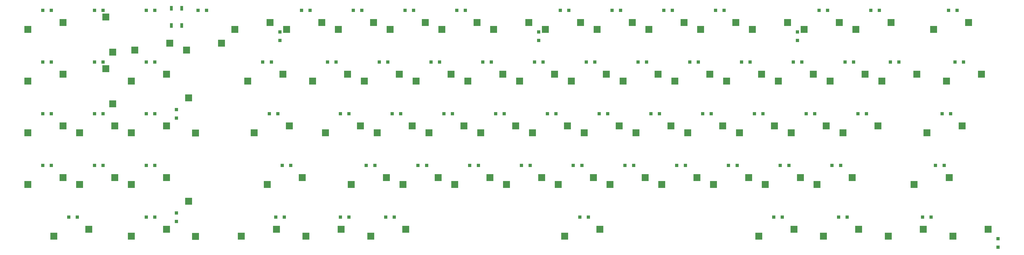
<source format=gbp>
G04 #@! TF.GenerationSoftware,KiCad,Pcbnew,5.99.0-unknown-4f191ce2c7~125~ubuntu18.04.1*
G04 #@! TF.CreationDate,2021-04-25T15:12:41-05:00*
G04 #@! TF.ProjectId,southpawpcb,736f7574-6870-4617-9770-63622e6b6963,rev?*
G04 #@! TF.SameCoordinates,Original*
G04 #@! TF.FileFunction,Paste,Bot*
G04 #@! TF.FilePolarity,Positive*
%FSLAX46Y46*%
G04 Gerber Fmt 4.6, Leading zero omitted, Abs format (unit mm)*
G04 Created by KiCad (PCBNEW 5.99.0-unknown-4f191ce2c7~125~ubuntu18.04.1) date 2021-04-25 15:12:41*
%MOMM*%
%LPD*%
G01*
G04 APERTURE LIST*
%ADD10R,2.550000X2.500000*%
%ADD11R,2.500000X2.550000*%
%ADD12R,1.200000X1.200000*%
%ADD13R,1.000000X1.700000*%
G04 APERTURE END LIST*
D10*
G04 #@! TO.C,K1*
X16771200Y13740000D03*
X29698200Y16280000D03*
G04 #@! TD*
G04 #@! TO.C,K24*
X121546000Y-5310000D03*
X134473000Y-2770000D03*
G04 #@! TD*
G04 #@! TO.C,K19*
X16771200Y-5310000D03*
X29698200Y-2770000D03*
G04 #@! TD*
G04 #@! TO.C,K18*
X350146000Y13740000D03*
X363073000Y16280000D03*
G04 #@! TD*
G04 #@! TO.C,K33*
X292996000Y-5310000D03*
X305923000Y-2770000D03*
G04 #@! TD*
G04 #@! TO.C,K47*
X240608000Y-24360000D03*
X253535000Y-21820000D03*
G04 #@! TD*
G04 #@! TO.C,K17*
X321571000Y13740000D03*
X334498000Y16280000D03*
G04 #@! TD*
G04 #@! TO.C,K34*
X312046000Y-5310000D03*
X324973000Y-2770000D03*
G04 #@! TD*
G04 #@! TO.C,K78*
X357290000Y-62460000D03*
X370217000Y-59920000D03*
G04 #@! TD*
G04 #@! TO.C,K45*
X202508000Y-24360000D03*
X215435000Y-21820000D03*
G04 #@! TD*
G04 #@! TO.C,K32*
X273946000Y-5310000D03*
X286873000Y-2770000D03*
G04 #@! TD*
G04 #@! TO.C,K13*
X245371000Y13740000D03*
X258298000Y16280000D03*
G04 #@! TD*
G04 #@! TO.C,K66*
X288234000Y-43410000D03*
X301161000Y-40870000D03*
G04 #@! TD*
G04 #@! TO.C,K75*
X285852000Y-62460000D03*
X298779000Y-59920000D03*
G04 #@! TD*
G04 #@! TO.C,K23*
X97734000Y-5310000D03*
X110661000Y-2770000D03*
G04 #@! TD*
G04 #@! TO.C,K7*
X131071000Y13740000D03*
X143998000Y16280000D03*
G04 #@! TD*
D11*
G04 #@! TO.C,K2*
X45446200Y18285000D03*
X47986200Y5358000D03*
G04 #@! TD*
D10*
G04 #@! TO.C,K4*
X88091200Y8660000D03*
X75164200Y6120000D03*
G04 #@! TD*
G04 #@! TO.C,K3*
X69041200Y8660000D03*
X56114200Y6120000D03*
G04 #@! TD*
G04 #@! TO.C,K21*
X54871200Y-5310000D03*
X67798200Y-2770000D03*
G04 #@! TD*
G04 #@! TO.C,K74*
X214415000Y-62460000D03*
X227342000Y-59920000D03*
G04 #@! TD*
G04 #@! TO.C,K29*
X216796000Y-5310000D03*
X229723000Y-2770000D03*
G04 #@! TD*
G04 #@! TO.C,K44*
X183458000Y-24360000D03*
X196385000Y-21820000D03*
G04 #@! TD*
D11*
G04 #@! TO.C,K20*
X45446200Y-765000D03*
X47986200Y-13692000D03*
G04 #@! TD*
D10*
G04 #@! TO.C,K42*
X145358000Y-24360000D03*
X158285000Y-21820000D03*
G04 #@! TD*
G04 #@! TO.C,K76*
X309665000Y-62460000D03*
X322592000Y-59920000D03*
G04 #@! TD*
G04 #@! TO.C,K53*
X16771200Y-43410000D03*
X29698200Y-40870000D03*
G04 #@! TD*
G04 #@! TO.C,K48*
X259658000Y-24360000D03*
X272585000Y-21820000D03*
G04 #@! TD*
G04 #@! TO.C,K61*
X192984000Y-43410000D03*
X205911000Y-40870000D03*
G04 #@! TD*
G04 #@! TO.C,K12*
X226321000Y13740000D03*
X239248000Y16280000D03*
G04 #@! TD*
G04 #@! TO.C,K39*
X54871200Y-24360000D03*
X67798200Y-21820000D03*
G04 #@! TD*
D11*
G04 #@! TO.C,K56*
X78466200Y-62560000D03*
X75926200Y-49633000D03*
G04 #@! TD*
D10*
G04 #@! TO.C,K50*
X297758000Y-24360000D03*
X310685000Y-21820000D03*
G04 #@! TD*
G04 #@! TO.C,K55*
X54871200Y-43410000D03*
X67798200Y-40870000D03*
G04 #@! TD*
G04 #@! TO.C,K52*
X360692000Y-21820000D03*
X347765000Y-24360000D03*
G04 #@! TD*
G04 #@! TO.C,K38*
X35821200Y-24360000D03*
X48748200Y-21820000D03*
G04 #@! TD*
G04 #@! TO.C,K58*
X135834000Y-43410000D03*
X148761000Y-40870000D03*
G04 #@! TD*
G04 #@! TO.C,K60*
X173934000Y-43410000D03*
X186861000Y-40870000D03*
G04 #@! TD*
G04 #@! TO.C,K62*
X212034000Y-43410000D03*
X224961000Y-40870000D03*
G04 #@! TD*
G04 #@! TO.C,K10*
X188221000Y13740000D03*
X201148000Y16280000D03*
G04 #@! TD*
G04 #@! TO.C,K14*
X264421000Y13740000D03*
X277348000Y16280000D03*
G04 #@! TD*
G04 #@! TO.C,K11*
X207271000Y13740000D03*
X220198000Y16280000D03*
G04 #@! TD*
G04 #@! TO.C,K51*
X316808000Y-24360000D03*
X329735000Y-21820000D03*
G04 #@! TD*
G04 #@! TO.C,K57*
X104877000Y-43410000D03*
X117804000Y-40870000D03*
G04 #@! TD*
G04 #@! TO.C,K54*
X35821200Y-43410000D03*
X48748200Y-40870000D03*
G04 #@! TD*
G04 #@! TO.C,K9*
X169171000Y13740000D03*
X182098000Y16280000D03*
G04 #@! TD*
G04 #@! TO.C,K36*
X354908000Y-5310000D03*
X367835000Y-2770000D03*
G04 #@! TD*
G04 #@! TO.C,K37*
X16771200Y-24360000D03*
X29698200Y-21820000D03*
G04 #@! TD*
G04 #@! TO.C,K16*
X302521000Y13740000D03*
X315448000Y16280000D03*
G04 #@! TD*
D11*
G04 #@! TO.C,K22*
X78466200Y-24460000D03*
X75926200Y-11533000D03*
G04 #@! TD*
D10*
G04 #@! TO.C,K15*
X283471000Y13740000D03*
X296398000Y16280000D03*
G04 #@! TD*
G04 #@! TO.C,K72*
X119165000Y-62460000D03*
X132092000Y-59920000D03*
G04 #@! TD*
G04 #@! TO.C,K49*
X278708000Y-24360000D03*
X291635000Y-21820000D03*
G04 #@! TD*
G04 #@! TO.C,K73*
X142977000Y-62460000D03*
X155904000Y-59920000D03*
G04 #@! TD*
G04 #@! TO.C,K43*
X164408000Y-24360000D03*
X177335000Y-21820000D03*
G04 #@! TD*
G04 #@! TO.C,K41*
X126308000Y-24360000D03*
X139235000Y-21820000D03*
G04 #@! TD*
G04 #@! TO.C,K63*
X231084000Y-43410000D03*
X244011000Y-40870000D03*
G04 #@! TD*
G04 #@! TO.C,K40*
X100115000Y-24360000D03*
X113042000Y-21820000D03*
G04 #@! TD*
G04 #@! TO.C,K31*
X254896000Y-5310000D03*
X267823000Y-2770000D03*
G04 #@! TD*
G04 #@! TO.C,K35*
X331096000Y-5310000D03*
X344023000Y-2770000D03*
G04 #@! TD*
G04 #@! TO.C,K30*
X235846000Y-5310000D03*
X248773000Y-2770000D03*
G04 #@! TD*
G04 #@! TO.C,K6*
X112021000Y13740000D03*
X124948000Y16280000D03*
G04 #@! TD*
G04 #@! TO.C,K26*
X159646000Y-5310000D03*
X172573000Y-2770000D03*
G04 #@! TD*
G04 #@! TO.C,K67*
X307284000Y-43410000D03*
X320211000Y-40870000D03*
G04 #@! TD*
G04 #@! TO.C,K68*
X343002000Y-43410000D03*
X355929000Y-40870000D03*
G04 #@! TD*
G04 #@! TO.C,K70*
X54871200Y-62460000D03*
X67798200Y-59920000D03*
G04 #@! TD*
G04 #@! TO.C,K71*
X95352000Y-62460000D03*
X108279000Y-59920000D03*
G04 #@! TD*
G04 #@! TO.C,K64*
X250134000Y-43410000D03*
X263061000Y-40870000D03*
G04 #@! TD*
G04 #@! TO.C,K5*
X92971000Y13740000D03*
X105898000Y16280000D03*
G04 #@! TD*
G04 #@! TO.C,K27*
X178696000Y-5310000D03*
X191623000Y-2770000D03*
G04 #@! TD*
G04 #@! TO.C,K28*
X197746000Y-5310000D03*
X210673000Y-2770000D03*
G04 #@! TD*
G04 #@! TO.C,K8*
X150121000Y13740000D03*
X163048000Y16280000D03*
G04 #@! TD*
G04 #@! TO.C,K25*
X140596000Y-5310000D03*
X153523000Y-2770000D03*
G04 #@! TD*
G04 #@! TO.C,K59*
X154884000Y-43410000D03*
X167811000Y-40870000D03*
G04 #@! TD*
G04 #@! TO.C,K77*
X333477000Y-62460000D03*
X346404000Y-59920000D03*
G04 #@! TD*
G04 #@! TO.C,K69*
X26296200Y-62460000D03*
X39223200Y-59920000D03*
G04 #@! TD*
G04 #@! TO.C,K65*
X269184000Y-43410000D03*
X282111000Y-40870000D03*
G04 #@! TD*
G04 #@! TO.C,K46*
X221558000Y-24360000D03*
X234485000Y-21820000D03*
G04 #@! TD*
D12*
G04 #@! TO.C,D27*
X184206000Y1675000D03*
X187356000Y1675000D03*
G04 #@! TD*
G04 #@! TO.C,D1*
X22281200Y20725000D03*
X25431200Y20725000D03*
G04 #@! TD*
G04 #@! TO.C,D41*
X131818000Y-17375000D03*
X134968000Y-17375000D03*
G04 #@! TD*
G04 #@! TO.C,D59*
X160394000Y-36425000D03*
X163544000Y-36425000D03*
G04 #@! TD*
G04 #@! TO.C,D24*
X127056000Y1675000D03*
X130206000Y1675000D03*
G04 #@! TD*
G04 #@! TO.C,D35*
X334225000Y1675000D03*
X337375000Y1675000D03*
G04 #@! TD*
G04 #@! TO.C,D30*
X241356000Y1675000D03*
X244506000Y1675000D03*
G04 #@! TD*
G04 #@! TO.C,D33*
X298506000Y1675000D03*
X301656000Y1675000D03*
G04 #@! TD*
G04 #@! TO.C,D73*
X148487000Y-55475000D03*
X151637000Y-55475000D03*
G04 #@! TD*
G04 #@! TO.C,D43*
X169918000Y-17375000D03*
X173068000Y-17375000D03*
G04 #@! TD*
G04 #@! TO.C,D5*
X109581000Y9625000D03*
X109581000Y12775000D03*
G04 #@! TD*
G04 #@! TO.C,D55*
X60381200Y-36425000D03*
X63531200Y-36425000D03*
G04 #@! TD*
G04 #@! TO.C,D29*
X222306000Y1675000D03*
X225456000Y1675000D03*
G04 #@! TD*
G04 #@! TO.C,D63*
X236594000Y-36425000D03*
X239744000Y-36425000D03*
G04 #@! TD*
G04 #@! TO.C,D11*
X212781000Y20725000D03*
X215931000Y20725000D03*
G04 #@! TD*
G04 #@! TO.C,D51*
X322318000Y-17375000D03*
X325468000Y-17375000D03*
G04 #@! TD*
G04 #@! TO.C,D46*
X227068000Y-17375000D03*
X230218000Y-17375000D03*
G04 #@! TD*
G04 #@! TO.C,D44*
X188968000Y-17375000D03*
X192118000Y-17375000D03*
G04 #@! TD*
G04 #@! TO.C,D6*
X117531000Y20725000D03*
X120681000Y20725000D03*
G04 #@! TD*
G04 #@! TO.C,D66*
X293744000Y-36425000D03*
X296894000Y-36425000D03*
G04 #@! TD*
G04 #@! TO.C,D13*
X250881000Y20725000D03*
X254031000Y20725000D03*
G04 #@! TD*
G04 #@! TO.C,D28*
X203256000Y1675000D03*
X206406000Y1675000D03*
G04 #@! TD*
G04 #@! TO.C,D8*
X155631000Y20725000D03*
X158781000Y20725000D03*
G04 #@! TD*
G04 #@! TO.C,D75*
X291362000Y-55475000D03*
X294512000Y-55475000D03*
G04 #@! TD*
G04 #@! TO.C,D70*
X60381200Y-55475000D03*
X63531200Y-55475000D03*
G04 #@! TD*
G04 #@! TO.C,D49*
X284218000Y-17375000D03*
X287368000Y-17375000D03*
G04 #@! TD*
G04 #@! TO.C,D76*
X315175000Y-55475000D03*
X318325000Y-55475000D03*
G04 #@! TD*
G04 #@! TO.C,D74*
X219925000Y-55475000D03*
X223075000Y-55475000D03*
G04 #@! TD*
G04 #@! TO.C,D64*
X255644000Y-36425000D03*
X258794000Y-36425000D03*
G04 #@! TD*
G04 #@! TO.C,D9*
X174681000Y20725000D03*
X177831000Y20725000D03*
G04 #@! TD*
G04 #@! TO.C,D31*
X260406000Y1675000D03*
X263556000Y1675000D03*
G04 #@! TD*
G04 #@! TO.C,D32*
X279456000Y1675000D03*
X282606000Y1675000D03*
G04 #@! TD*
G04 #@! TO.C,D17*
X327081000Y20725000D03*
X330231000Y20725000D03*
G04 #@! TD*
G04 #@! TO.C,D23*
X103244000Y1675000D03*
X106394000Y1675000D03*
G04 #@! TD*
G04 #@! TO.C,D56*
X71481200Y-57050000D03*
X71481200Y-53900000D03*
G04 #@! TD*
G04 #@! TO.C,D40*
X105625000Y-17375000D03*
X108775000Y-17375000D03*
G04 #@! TD*
D13*
G04 #@! TO.C,SW1*
X73381200Y21493800D03*
X73381200Y15193800D03*
X69581200Y15193800D03*
X69581200Y21493800D03*
G04 #@! TD*
D12*
G04 #@! TO.C,D69*
X31806200Y-55475000D03*
X34956200Y-55475000D03*
G04 #@! TD*
G04 #@! TO.C,D20*
X41331200Y1675000D03*
X44481200Y1675000D03*
G04 #@! TD*
G04 #@! TO.C,D34*
X317556000Y1675000D03*
X320706000Y1675000D03*
G04 #@! TD*
G04 #@! TO.C,D58*
X141344000Y-36425000D03*
X144494000Y-36425000D03*
G04 #@! TD*
G04 #@! TO.C,D12*
X231831000Y20725000D03*
X234981000Y20725000D03*
G04 #@! TD*
G04 #@! TO.C,D38*
X41331200Y-17375000D03*
X44481200Y-17375000D03*
G04 #@! TD*
G04 #@! TO.C,D18*
X355656000Y20725000D03*
X358806000Y20725000D03*
G04 #@! TD*
G04 #@! TO.C,D68*
X350894000Y-36425000D03*
X354044000Y-36425000D03*
G04 #@! TD*
G04 #@! TO.C,D14*
X269931000Y20725000D03*
X273081000Y20725000D03*
G04 #@! TD*
G04 #@! TO.C,D65*
X274694000Y-36425000D03*
X277844000Y-36425000D03*
G04 #@! TD*
G04 #@! TO.C,D37*
X22281200Y-17375000D03*
X25431200Y-17375000D03*
G04 #@! TD*
G04 #@! TO.C,D52*
X353275000Y-17375000D03*
X356425000Y-17375000D03*
G04 #@! TD*
G04 #@! TO.C,D61*
X198494000Y-36425000D03*
X201644000Y-36425000D03*
G04 #@! TD*
G04 #@! TO.C,D62*
X217544000Y-36425000D03*
X220694000Y-36425000D03*
G04 #@! TD*
G04 #@! TO.C,D36*
X358037000Y1675000D03*
X361187000Y1675000D03*
G04 #@! TD*
G04 #@! TO.C,D67*
X312794000Y-36425000D03*
X315944000Y-36425000D03*
G04 #@! TD*
G04 #@! TO.C,D15*
X300081000Y9625000D03*
X300081000Y12775000D03*
G04 #@! TD*
G04 #@! TO.C,D47*
X246118000Y-17375000D03*
X249268000Y-17375000D03*
G04 #@! TD*
G04 #@! TO.C,D57*
X110387000Y-36425000D03*
X113537000Y-36425000D03*
G04 #@! TD*
G04 #@! TO.C,D19*
X22281200Y1675000D03*
X25431200Y1675000D03*
G04 #@! TD*
G04 #@! TO.C,D54*
X41331200Y-36425000D03*
X44481200Y-36425000D03*
G04 #@! TD*
G04 #@! TO.C,D10*
X204831000Y9625000D03*
X204831000Y12775000D03*
G04 #@! TD*
G04 #@! TO.C,D22*
X71481200Y-18950000D03*
X71481200Y-15800000D03*
G04 #@! TD*
G04 #@! TO.C,D16*
X308031000Y20725000D03*
X311181000Y20725000D03*
G04 #@! TD*
G04 #@! TO.C,D45*
X208018000Y-17375000D03*
X211168000Y-17375000D03*
G04 #@! TD*
G04 #@! TO.C,D77*
X349281000Y-55475000D03*
X346131000Y-55475000D03*
G04 #@! TD*
G04 #@! TO.C,D78*
X373900000Y-66575000D03*
X373900000Y-63425000D03*
G04 #@! TD*
G04 #@! TO.C,D71*
X111156000Y-55475000D03*
X108006000Y-55475000D03*
G04 #@! TD*
G04 #@! TO.C,D25*
X146106000Y1675000D03*
X149256000Y1675000D03*
G04 #@! TD*
G04 #@! TO.C,D3*
X60381200Y20725000D03*
X63531200Y20725000D03*
G04 #@! TD*
G04 #@! TO.C,D4*
X79431200Y20725000D03*
X82581200Y20725000D03*
G04 #@! TD*
G04 #@! TO.C,D42*
X150868000Y-17375000D03*
X154018000Y-17375000D03*
G04 #@! TD*
G04 #@! TO.C,D60*
X179444000Y-36425000D03*
X182594000Y-36425000D03*
G04 #@! TD*
G04 #@! TO.C,D26*
X165156000Y1675000D03*
X168306000Y1675000D03*
G04 #@! TD*
G04 #@! TO.C,D53*
X22281200Y-36425000D03*
X25431200Y-36425000D03*
G04 #@! TD*
G04 #@! TO.C,D21*
X60381200Y1675000D03*
X63531200Y1675000D03*
G04 #@! TD*
G04 #@! TO.C,D50*
X303268000Y-17375000D03*
X306418000Y-17375000D03*
G04 #@! TD*
G04 #@! TO.C,D2*
X41331200Y20725000D03*
X44481200Y20725000D03*
G04 #@! TD*
G04 #@! TO.C,D39*
X60381200Y-17375000D03*
X63531200Y-17375000D03*
G04 #@! TD*
G04 #@! TO.C,D72*
X134968000Y-55475000D03*
X131818000Y-55475000D03*
G04 #@! TD*
G04 #@! TO.C,D48*
X265168000Y-17375000D03*
X268318000Y-17375000D03*
G04 #@! TD*
G04 #@! TO.C,D7*
X136581000Y20725000D03*
X139731000Y20725000D03*
G04 #@! TD*
M02*

</source>
